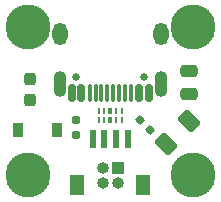
<source format=gts>
G04 #@! TF.GenerationSoftware,KiCad,Pcbnew,(6.0.4)*
G04 #@! TF.CreationDate,2022-05-20T19:37:54+02:00*
G04 #@! TF.ProjectId,Unified-Daughterboard-rounded,556e6966-6965-4642-9d44-617567687465,C3*
G04 #@! TF.SameCoordinates,Original*
G04 #@! TF.FileFunction,Soldermask,Top*
G04 #@! TF.FilePolarity,Negative*
%FSLAX46Y46*%
G04 Gerber Fmt 4.6, Leading zero omitted, Abs format (unit mm)*
G04 Created by KiCad (PCBNEW (6.0.4)) date 2022-05-20 19:37:54*
%MOMM*%
%LPD*%
G01*
G04 APERTURE LIST*
G04 Aperture macros list*
%AMRoundRect*
0 Rectangle with rounded corners*
0 $1 Rounding radius*
0 $2 $3 $4 $5 $6 $7 $8 $9 X,Y pos of 4 corners*
0 Add a 4 corners polygon primitive as box body*
4,1,4,$2,$3,$4,$5,$6,$7,$8,$9,$2,$3,0*
0 Add four circle primitives for the rounded corners*
1,1,$1+$1,$2,$3*
1,1,$1+$1,$4,$5*
1,1,$1+$1,$6,$7*
1,1,$1+$1,$8,$9*
0 Add four rect primitives between the rounded corners*
20,1,$1+$1,$2,$3,$4,$5,0*
20,1,$1+$1,$4,$5,$6,$7,0*
20,1,$1+$1,$6,$7,$8,$9,0*
20,1,$1+$1,$8,$9,$2,$3,0*%
G04 Aperture macros list end*
%ADD10C,3.800000*%
%ADD11C,2.600000*%
%ADD12RoundRect,0.125000X0.000000X-0.150000X0.000000X-0.150000X0.000000X0.150000X0.000000X0.150000X0*%
%ADD13R,0.250000X0.550000*%
%ADD14R,0.300000X0.550000*%
%ADD15RoundRect,0.250000X-0.475000X0.250000X-0.475000X-0.250000X0.475000X-0.250000X0.475000X0.250000X0*%
%ADD16RoundRect,0.237500X-0.237500X0.287500X-0.237500X-0.287500X0.237500X-0.287500X0.237500X0.287500X0*%
%ADD17C,0.650000*%
%ADD18RoundRect,0.150000X0.150000X0.575000X-0.150000X0.575000X-0.150000X-0.575000X0.150000X-0.575000X0*%
%ADD19RoundRect,0.075000X0.075000X0.650000X-0.075000X0.650000X-0.075000X-0.650000X0.075000X-0.650000X0*%
%ADD20O,1.100000X2.200000*%
%ADD21O,1.300000X1.900000*%
%ADD22R,1.200000X1.800000*%
%ADD23R,0.600000X1.550000*%
%ADD24RoundRect,0.160000X-0.252791X0.026517X0.026517X-0.252791X0.252791X-0.026517X-0.026517X0.252791X0*%
%ADD25R,0.900000X1.200000*%
%ADD26R,1.000000X1.000000*%
%ADD27O,1.000000X1.000000*%
%ADD28RoundRect,0.160000X-0.160000X0.197500X-0.160000X-0.197500X0.160000X-0.197500X0.160000X0.197500X0*%
%ADD29RoundRect,0.250000X0.176777X-0.707107X0.707107X-0.176777X-0.176777X0.707107X-0.707107X0.176777X0*%
G04 APERTURE END LIST*
D10*
X68004500Y-71043000D03*
D11*
X68004500Y-71043000D03*
D12*
X74002500Y-66411400D03*
D13*
X74502500Y-66411400D03*
D14*
X75002500Y-66411400D03*
D13*
X75502500Y-66411400D03*
X76002500Y-66411400D03*
X76002500Y-65641400D03*
X75502500Y-65641400D03*
D14*
X75002500Y-65641400D03*
D13*
X74502500Y-65641400D03*
X74002500Y-65641400D03*
D10*
X82004500Y-71043000D03*
D11*
X82004500Y-71043000D03*
D15*
X81702500Y-62293000D03*
X81702500Y-64193000D03*
D11*
X68004500Y-58543000D03*
D10*
X68004500Y-58543000D03*
D11*
X82004500Y-58543000D03*
D10*
X82004500Y-58543000D03*
D16*
X68202500Y-62968000D03*
X68202500Y-64718000D03*
D17*
X72112500Y-62792000D03*
X77892500Y-62792000D03*
D18*
X78252500Y-64118000D03*
X77452500Y-64118000D03*
D19*
X76252500Y-64118000D03*
X75256500Y-64118000D03*
X74752500Y-64118000D03*
X73752500Y-64118000D03*
D18*
X71752500Y-64118000D03*
X72552500Y-64118000D03*
D19*
X73252500Y-64118000D03*
X74252500Y-64118000D03*
X75752500Y-64118000D03*
X76752500Y-64118000D03*
D20*
X79302500Y-63343000D03*
X70702500Y-63343000D03*
D21*
X79302500Y-59143000D03*
X70702500Y-59143000D03*
D22*
X72204500Y-71893000D03*
X77804500Y-71893000D03*
D23*
X73504500Y-68018000D03*
X74504500Y-68018000D03*
X75504500Y-68018000D03*
X76504500Y-68018000D03*
D24*
X77480004Y-66420504D03*
X78324996Y-67265496D03*
D25*
X70452500Y-67243000D03*
X67152500Y-67243000D03*
D26*
X75652500Y-70438000D03*
D27*
X75652500Y-71708000D03*
X74382500Y-70438000D03*
X74382500Y-71708000D03*
D28*
X72102500Y-66445500D03*
X72102500Y-67640500D03*
D29*
X79712551Y-68432949D03*
X81692449Y-66453051D03*
M02*

</source>
